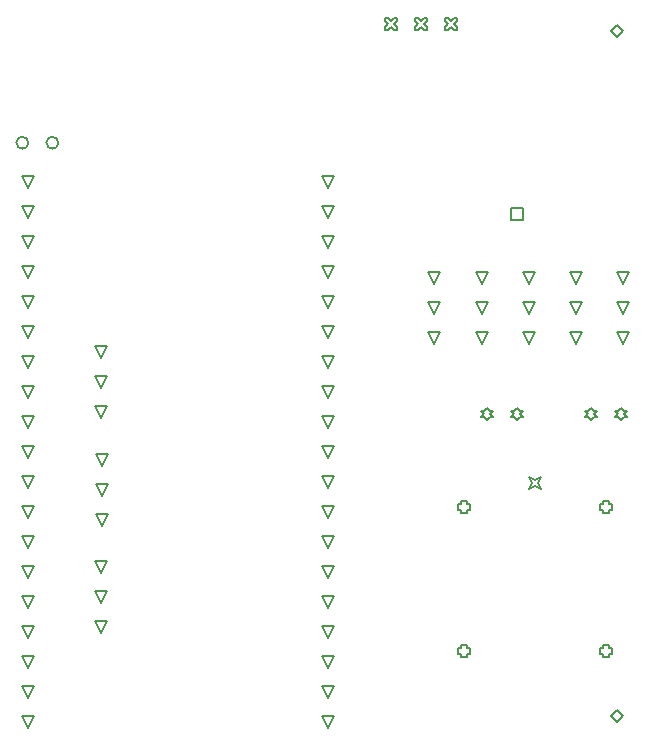
<source format=gbr>
%TF.GenerationSoftware,Altium Limited,Altium Designer,24.8.2 (39)*%
G04 Layer_Color=2752767*
%FSLAX45Y45*%
%MOMM*%
%TF.SameCoordinates,9AFBC994-958A-47DF-A14A-4FF3E0378C2E*%
%TF.FilePolarity,Positive*%
%TF.FileFunction,Drawing*%
%TF.Part,Single*%
G01*
G75*
%TA.AperFunction,NonConductor*%
%ADD44C,0.12700*%
%ADD59C,0.16933*%
D44*
X5199200Y6150000D02*
X5250000Y6200800D01*
X5300800Y6150000D01*
X5250000Y6099200D01*
X5199200Y6150000D01*
Y350000D02*
X5250000Y400800D01*
X5300800Y350000D01*
X5250000Y299200D01*
X5199200Y350000D01*
X4349200Y4549200D02*
Y4650800D01*
X4450800D01*
Y4549200D01*
X4349200D01*
X5276999Y2849198D02*
X5302399Y2874598D01*
X5327799D01*
X5302399Y2899998D01*
X5327799Y2925398D01*
X5302399D01*
X5276999Y2950798D01*
X5251599Y2925398D01*
X5226199D01*
X5251599Y2899998D01*
X5226199Y2874598D01*
X5251599D01*
X5276999Y2849198D01*
X5022999D02*
X5048399Y2874598D01*
X5073799D01*
X5048399Y2899998D01*
X5073799Y2925398D01*
X5048399D01*
X5022999Y2950798D01*
X4997599Y2925398D01*
X4972199D01*
X4997599Y2899998D01*
X4972199Y2874598D01*
X4997599D01*
X5022999Y2849198D01*
X3924603Y874600D02*
Y849200D01*
X3975403D01*
Y874600D01*
X4000803D01*
Y925400D01*
X3975403D01*
Y950800D01*
X3924603D01*
Y925400D01*
X3899203D01*
Y874600D01*
X3924603D01*
X5124600D02*
Y849200D01*
X5175400D01*
Y874600D01*
X5200800D01*
Y925400D01*
X5175400D01*
Y950800D01*
X5124600D01*
Y925400D01*
X5099200D01*
Y874600D01*
X5124600D01*
X3924603Y2094598D02*
Y2069198D01*
X3975403D01*
Y2094598D01*
X4000803D01*
Y2145398D01*
X3975403D01*
Y2170798D01*
X3924603D01*
Y2145398D01*
X3899203D01*
Y2094598D01*
X3924603D01*
X5124600D02*
Y2069198D01*
X5175400D01*
Y2094598D01*
X5200800D01*
Y2145398D01*
X5175400D01*
Y2170798D01*
X5124600D01*
Y2145398D01*
X5099200D01*
Y2094598D01*
X5124600D01*
X4499201Y2269197D02*
X4524601Y2319997D01*
X4499201Y2370797D01*
X4550001Y2345397D01*
X4600801Y2370797D01*
X4575401Y2319997D01*
X4600801Y2269197D01*
X4550001Y2294597D01*
X4499201Y2269197D01*
X3285200Y6154199D02*
X3310600D01*
X3336000Y6179599D01*
X3361400Y6154199D01*
X3386800D01*
Y6179599D01*
X3361400Y6204999D01*
X3386800Y6230399D01*
Y6255799D01*
X3361400D01*
X3336000Y6230399D01*
X3310600Y6255799D01*
X3285200D01*
Y6230399D01*
X3310600Y6204999D01*
X3285200Y6179599D01*
Y6154199D01*
X3539200D02*
X3564600D01*
X3590000Y6179599D01*
X3615400Y6154199D01*
X3640800D01*
Y6179599D01*
X3615400Y6204999D01*
X3640800Y6230399D01*
Y6255799D01*
X3615400D01*
X3590000Y6230399D01*
X3564600Y6255799D01*
X3539200D01*
Y6230399D01*
X3564600Y6204999D01*
X3539200Y6179599D01*
Y6154199D01*
X3793200D02*
X3818600D01*
X3844000Y6179599D01*
X3869400Y6154199D01*
X3894800D01*
Y6179599D01*
X3869400Y6204999D01*
X3894800Y6230399D01*
Y6255799D01*
X3869400D01*
X3844000Y6230399D01*
X3818600Y6255799D01*
X3793200D01*
Y6230399D01*
X3818600Y6204999D01*
X3793200Y6179599D01*
Y6154199D01*
X4146000Y2849200D02*
X4171400Y2874600D01*
X4196800D01*
X4171400Y2900000D01*
X4196800Y2925400D01*
X4171400D01*
X4146000Y2950800D01*
X4120600Y2925400D01*
X4095200D01*
X4120600Y2900000D01*
X4095200Y2874600D01*
X4120600D01*
X4146000Y2849200D01*
X4400000D02*
X4425400Y2874600D01*
X4450800D01*
X4425400Y2900000D01*
X4450800Y2925400D01*
X4425400D01*
X4400000Y2950800D01*
X4374600Y2925400D01*
X4349200D01*
X4374600Y2900000D01*
X4349200Y2874600D01*
X4374600D01*
X4400000Y2849200D01*
X880000Y1553200D02*
X829200Y1654800D01*
X930800D01*
X880000Y1553200D01*
Y1299200D02*
X829200Y1400800D01*
X930800D01*
X880000Y1299200D01*
Y1045200D02*
X829200Y1146800D01*
X930800D01*
X880000Y1045200D01*
X890000Y2467200D02*
X839200Y2568800D01*
X940800D01*
X890000Y2467200D01*
Y2213200D02*
X839200Y2314800D01*
X940800D01*
X890000Y2213200D01*
Y1959200D02*
X839200Y2060800D01*
X940800D01*
X890000Y1959200D01*
X880000Y3377200D02*
X829200Y3478800D01*
X930800D01*
X880000Y3377200D01*
Y3123200D02*
X829200Y3224800D01*
X930800D01*
X880000Y3123200D01*
Y2869200D02*
X829200Y2970800D01*
X930800D01*
X880000Y2869200D01*
X260000Y4813200D02*
X209200Y4914800D01*
X310800D01*
X260000Y4813200D01*
Y4559200D02*
X209200Y4660800D01*
X310800D01*
X260000Y4559200D01*
Y4305200D02*
X209200Y4406800D01*
X310800D01*
X260000Y4305200D01*
Y4051200D02*
X209200Y4152800D01*
X310800D01*
X260000Y4051200D01*
Y3797200D02*
X209200Y3898800D01*
X310800D01*
X260000Y3797200D01*
Y3543200D02*
X209200Y3644800D01*
X310800D01*
X260000Y3543200D01*
Y3289200D02*
X209200Y3390800D01*
X310800D01*
X260000Y3289200D01*
Y3035200D02*
X209200Y3136800D01*
X310800D01*
X260000Y3035200D01*
Y2781200D02*
X209200Y2882800D01*
X310800D01*
X260000Y2781200D01*
Y2527200D02*
X209200Y2628800D01*
X310800D01*
X260000Y2527200D01*
Y2273200D02*
X209200Y2374800D01*
X310800D01*
X260000Y2273200D01*
Y2019200D02*
X209200Y2120800D01*
X310800D01*
X260000Y2019200D01*
Y1765200D02*
X209200Y1866800D01*
X310800D01*
X260000Y1765200D01*
Y1511200D02*
X209200Y1612800D01*
X310800D01*
X260000Y1511200D01*
Y1257200D02*
X209200Y1358800D01*
X310800D01*
X260000Y1257200D01*
Y1003200D02*
X209200Y1104800D01*
X310800D01*
X260000Y1003200D01*
Y749200D02*
X209200Y850800D01*
X310800D01*
X260000Y749200D01*
Y495200D02*
X209200Y596800D01*
X310800D01*
X260000Y495200D01*
Y241200D02*
X209200Y342800D01*
X310800D01*
X260000Y241200D01*
X2800000D02*
X2749200Y342800D01*
X2850800D01*
X2800000Y241200D01*
Y495200D02*
X2749200Y596800D01*
X2850800D01*
X2800000Y495200D01*
Y749200D02*
X2749200Y850800D01*
X2850800D01*
X2800000Y749200D01*
Y1003200D02*
X2749200Y1104800D01*
X2850800D01*
X2800000Y1003200D01*
Y1257200D02*
X2749200Y1358800D01*
X2850800D01*
X2800000Y1257200D01*
Y1511200D02*
X2749200Y1612800D01*
X2850800D01*
X2800000Y1511200D01*
Y1765200D02*
X2749200Y1866800D01*
X2850800D01*
X2800000Y1765200D01*
Y2019200D02*
X2749200Y2120800D01*
X2850800D01*
X2800000Y2019200D01*
Y2273200D02*
X2749200Y2374800D01*
X2850800D01*
X2800000Y2273200D01*
Y2527200D02*
X2749200Y2628800D01*
X2850800D01*
X2800000Y2527200D01*
Y2781200D02*
X2749200Y2882800D01*
X2850800D01*
X2800000Y2781200D01*
Y3035200D02*
X2749200Y3136800D01*
X2850800D01*
X2800000Y3035200D01*
Y3289200D02*
X2749200Y3390800D01*
X2850800D01*
X2800000Y3289200D01*
Y3543200D02*
X2749200Y3644800D01*
X2850800D01*
X2800000Y3543200D01*
Y3797200D02*
X2749200Y3898800D01*
X2850800D01*
X2800000Y3797200D01*
Y4051200D02*
X2749200Y4152800D01*
X2850800D01*
X2800000Y4051200D01*
Y4305200D02*
X2749200Y4406800D01*
X2850800D01*
X2800000Y4305200D01*
Y4559200D02*
X2749200Y4660800D01*
X2850800D01*
X2800000Y4559200D01*
Y4813200D02*
X2749200Y4914800D01*
X2850800D01*
X2800000Y4813200D01*
X4900000Y4003200D02*
X4849200Y4104800D01*
X4950800D01*
X4900000Y4003200D01*
Y3749200D02*
X4849200Y3850800D01*
X4950800D01*
X4900000Y3749200D01*
Y3495200D02*
X4849200Y3596800D01*
X4950800D01*
X4900000Y3495200D01*
X5300000Y4003200D02*
X5249200Y4104800D01*
X5350800D01*
X5300000Y4003200D01*
Y3749200D02*
X5249200Y3850800D01*
X5350800D01*
X5300000Y3749200D01*
Y3495200D02*
X5249200Y3596800D01*
X5350800D01*
X5300000Y3495200D01*
X4500000Y4003200D02*
X4449200Y4104800D01*
X4550800D01*
X4500000Y4003200D01*
Y3749200D02*
X4449200Y3850800D01*
X4550800D01*
X4500000Y3749200D01*
Y3495200D02*
X4449200Y3596800D01*
X4550800D01*
X4500000Y3495200D01*
X4100000Y4003200D02*
X4049200Y4104800D01*
X4150800D01*
X4100000Y4003200D01*
Y3749200D02*
X4049200Y3850800D01*
X4150800D01*
X4100000Y3749200D01*
Y3495200D02*
X4049200Y3596800D01*
X4150800D01*
X4100000Y3495200D01*
X3700000Y4003200D02*
X3649200Y4104800D01*
X3750800D01*
X3700000Y4003200D01*
Y3749200D02*
X3649200Y3850800D01*
X3750800D01*
X3700000Y3749200D01*
Y3495200D02*
X3649200Y3596800D01*
X3750800D01*
X3700000Y3495200D01*
D59*
X516802Y5200001D02*
G03*
X516802Y5200001I-50800J0D01*
G01*
X262802D02*
G03*
X262802Y5200001I-50800J0D01*
G01*
%TF.MD5,e14fd6422cea96ef07b1ad1ae03a1c1d*%
M02*

</source>
